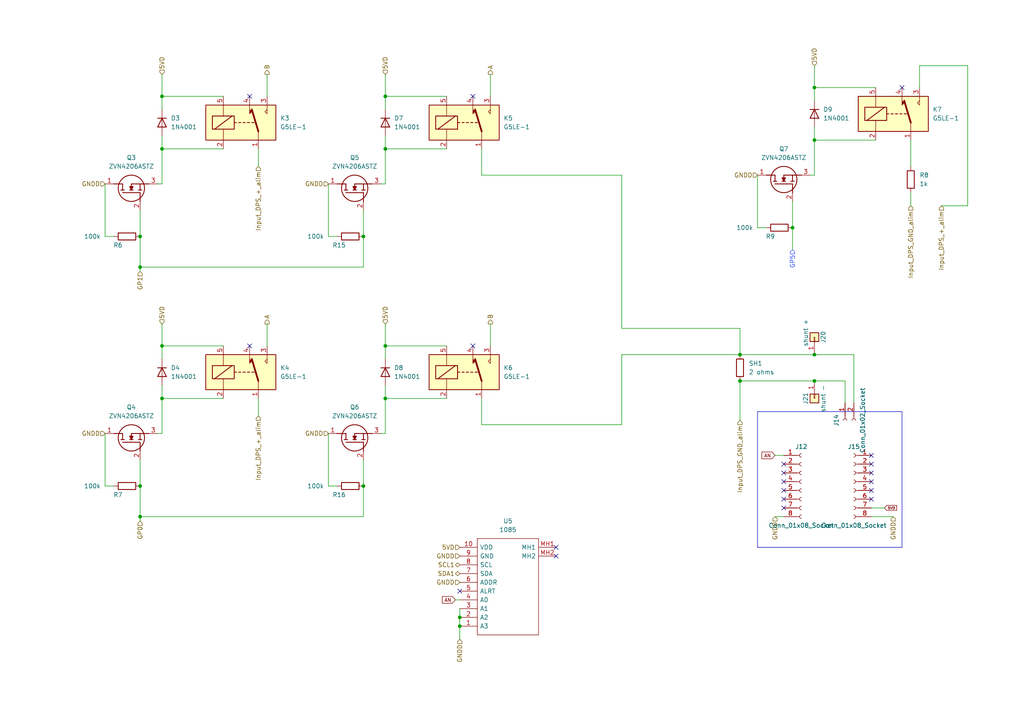
<source format=kicad_sch>
(kicad_sch (version 20230121) (generator eeschema)
  (paper "A4")
  (lib_symbols
    (symbol "1085:1085" (pin_names (offset 0.762))
      (property "Reference" "IC" (at 24.13 7.62 0))
      (property "Value" "1085" (at 24.13 5.08 0))
      (symbol "1085_0_0"
        (pin passive line (at 0 -22.86 0) (length 5.08) (name "A3") (number "1"))
        (pin passive line (at 0 0 0) (length 5.08) (name "VDD") (number "10"))
        (pin passive line (at 0 -20.32 0) (length 5.08) (name "A2") (number "2"))
        (pin passive line (at 0 -17.78 0) (length 5.08) (name "A1") (number "3"))
        (pin passive line (at 0 -15.24 0) (length 5.08) (name "A0") (number "4"))
        (pin passive line (at 0 -12.7 0) (length 5.08) (name "ALRT") (number "5"))
        (pin passive line (at 0 -10.16 0) (length 5.08) (name "ADDR") (number "6"))
        (pin passive line (at 0 -7.62 0) (length 5.08) (name "SDA") (number "7"))
        (pin passive line (at 0 -5.08 0) (length 5.08) (name "SCL") (number "8"))
        (pin passive line (at 0 -2.54 0) (length 5.08) (name "GND") (number "9"))
        (pin passive line (at 27.94 0 180) (length 5.08) (name "MH1") (number "MH1"))
        (pin passive line (at 27.94 -2.54 180) (length 5.08) (name "MH2") (number "MH2"))
      )
      (symbol "1085_0_1"
        (polyline (pts (xy 5.08 2.54) (xy 22.86 2.54) (xy 22.86 -25.4) (xy 5.08 -25.4) (xy 5.08 2.54)) (stroke (width 0.1524)))
      )
    )
    (symbol "Connector:Conn_01x02_Socket" (pin_names (offset 1.016) hide)
      (property "Reference" "J" (at 0 2.54 0))
      (property "Value" "Conn_01x02_Socket" (at 0 -5.08 0))
      (symbol "Conn_01x02_Socket_1_1"
        (arc (start 0 -2.032) (mid -0.5058 -2.54) (end 0 -3.048) (stroke (width 0.1524)))
        (polyline (pts (xy -1.27 -2.54) (xy -0.508 -2.54)) (stroke (width 0.1524)))
        (polyline (pts (xy -1.27 0) (xy -0.508 0)) (stroke (width 0.1524)))
        (arc (start 0 0.508) (mid -0.5058 0) (end 0 -0.508) (stroke (width 0.1524)))
        (pin passive line (at -5.08 0 0) (length 3.81) (name "Pin_1") (number "1"))
        (pin passive line (at -5.08 -2.54 0) (length 3.81) (name "Pin_2") (number "2"))
      )
    )
    (symbol "Connector:Conn_01x08_Socket" (pin_names (offset 1.016) hide)
      (property "Reference" "J" (at 0 10.16 0))
      (property "Value" "Conn_01x08_Socket" (at 0 -12.7 0))
      (symbol "Conn_01x08_Socket_1_1"
        (arc (start 0 -9.652) (mid -0.5058 -10.16) (end 0 -10.668) (stroke (width 0.1524)))
        (arc (start 0 -7.112) (mid -0.5058 -7.62) (end 0 -8.128) (stroke (width 0.1524)))
        (arc (start 0 -4.572) (mid -0.5058 -5.08) (end 0 -5.588) (stroke (width 0.1524)))
        (arc (start 0 -2.032) (mid -0.5058 -2.54) (end 0 -3.048) (stroke (width 0.1524)))
        (polyline (pts (xy -1.27 -10.16) (xy -0.508 -10.16)) (stroke (width 0.1524)))
        (polyline (pts (xy -1.27 -7.62) (xy -0.508 -7.62)) (stroke (width 0.1524)))
        (polyline (pts (xy -1.27 -5.08) (xy -0.508 -5.08)) (stroke (width 0.1524)))
        (polyline (pts (xy -1.27 -2.54) (xy -0.508 -2.54)) (stroke (width 0.1524)))
        (polyline (pts (xy -1.27 0) (xy -0.508 0)) (stroke (width 0.1524)))
        (polyline (pts (xy -1.27 2.54) (xy -0.508 2.54)) (stroke (width 0.1524)))
        (polyline (pts (xy -1.27 5.08) (xy -0.508 5.08)) (stroke (width 0.1524)))
        (polyline (pts (xy -1.27 7.62) (xy -0.508 7.62)) (stroke (width 0.1524)))
        (arc (start 0 0.508) (mid -0.5058 0) (end 0 -0.508) (stroke (width 0.1524)))
        (arc (start 0 3.048) (mid -0.5058 2.54) (end 0 2.032) (stroke (width 0.1524)))
        (arc (start 0 5.588) (mid -0.5058 5.08) (end 0 4.572) (stroke (width 0.1524)))
        (arc (start 0 8.128) (mid -0.5058 7.62) (end 0 7.112) (stroke (width 0.1524)))
        (pin passive line (at -5.08 7.62 0) (length 3.81) (name "Pin_1") (number "1"))
        (pin passive line (at -5.08 5.08 0) (length 3.81) (name "Pin_2") (number "2"))
        (pin passive line (at -5.08 2.54 0) (length 3.81) (name "Pin_3") (number "3"))
        (pin passive line (at -5.08 0 0) (length 3.81) (name "Pin_4") (number "4"))
        (pin passive line (at -5.08 -2.54 0) (length 3.81) (name "Pin_5") (number "5"))
        (pin passive line (at -5.08 -5.08 0) (length 3.81) (name "Pin_6") (number "6"))
        (pin passive line (at -5.08 -7.62 0) (length 3.81) (name "Pin_7") (number "7"))
        (pin passive line (at -5.08 -10.16 0) (length 3.81) (name "Pin_8") (number "8"))
      )
    )
    (symbol "Connector_Generic:Conn_01x01" (pin_names (offset 1.016) hide)
      (property "Reference" "J" (at 0 2.54 0))
      (property "Value" "Conn_01x01" (at 0 -2.54 0))
      (symbol "Conn_01x01_1_1"
        (rectangle (start -1.27 0.127) (end 0 -0.127) (stroke (width 0.1524)))
        (rectangle (start -1.27 1.27) (end 1.27 -1.27) (stroke (width 0.254)) (fill (type background)))
        (pin passive line (at -5.08 0 0) (length 3.81) (name "Pin_1") (number "1"))
      )
    )
    (symbol "Device:R" (pin_numbers hide) (pin_names (offset 0))
      (property "Reference" "R" (at 2.032 0 90))
      (property "Value" "R" (at 0 0 90))
      (symbol "R_0_1"
        (rectangle (start -1.016 -2.54) (end 1.016 2.54) (stroke (width 0.254)))
      )
      (symbol "R_1_1"
        (pin passive line (at 0 3.81 270) (length 1.27) (name "~") (number "1"))
        (pin passive line (at 0 -3.81 90) (length 1.27) (name "~") (number "2"))
      )
    )
    (symbol "Diode:1N4001" (pin_numbers hide) (pin_names hide)
      (property "Reference" "D" (at 0 2.54 0))
      (property "Value" "1N4001" (at 0 -2.54 0))
      (symbol "1N4001_0_1"
        (polyline (pts (xy -1.27 1.27) (xy -1.27 -1.27)) (stroke (width 0.254)))
        (polyline (pts (xy 1.27 0) (xy -1.27 0)))
        (polyline (pts (xy 1.27 1.27) (xy 1.27 -1.27) (xy -1.27 0) (xy 1.27 1.27)) (stroke (width 0.254)))
      )
      (symbol "1N4001_1_1"
        (pin passive line (at -3.81 0 0) (length 2.54) (name "K") (number "1"))
        (pin passive line (at 3.81 0 180) (length 2.54) (name "A") (number "2"))
      )
    )
    (symbol "Relay:G5LE-1"
      (property "Reference" "K" (at 11.43 3.81 0))
      (property "Value" "G5LE-1" (at 11.43 1.27 0))
      (symbol "G5LE-1_0_0"
        (polyline (pts (xy 7.62 5.08) (xy 7.62 2.54) (xy 6.985 3.175) (xy 7.62 3.81)))
      )
      (symbol "G5LE-1_0_1"
        (rectangle (start -10.16 5.08) (end 10.16 -5.08) (stroke (width 0.254)) (fill (type background)))
        (rectangle (start -8.255 1.905) (end -1.905 -1.905) (stroke (width 0.254)))
        (polyline (pts (xy -7.62 -1.905) (xy -2.54 1.905)) (stroke (width 0.254)))
        (polyline (pts (xy -5.08 -5.08) (xy -5.08 -1.905)))
        (polyline (pts (xy -5.08 5.08) (xy -5.08 1.905)))
        (polyline (pts (xy -1.905 0) (xy -1.27 0)) (stroke (width 0.254)))
        (polyline (pts (xy -0.635 0) (xy 0 0)) (stroke (width 0.254)))
        (polyline (pts (xy 0.635 0) (xy 1.27 0)) (stroke (width 0.254)))
        (polyline (pts (xy 1.905 0) (xy 2.54 0)) (stroke (width 0.254)))
        (polyline (pts (xy 3.175 0) (xy 3.81 0)) (stroke (width 0.254)))
        (polyline (pts (xy 5.08 -2.54) (xy 3.175 3.81)) (stroke (width 0.508)))
        (polyline (pts (xy 5.08 -2.54) (xy 5.08 -5.08)))
        (polyline (pts (xy 2.54 5.08) (xy 2.54 2.54) (xy 3.175 3.175) (xy 2.54 3.81)) (fill (type outline)))
      )
      (symbol "G5LE-1_1_1"
        (pin passive line (at 5.08 -7.62 90) (length 2.54) (name "~") (number "1"))
        (pin passive line (at -5.08 -7.62 90) (length 2.54) (name "~") (number "2"))
        (pin passive line (at 7.62 7.62 270) (length 2.54) (name "~") (number "3"))
        (pin passive line (at 2.54 7.62 270) (length 2.54) (name "~") (number "4"))
        (pin passive line (at -5.08 7.62 270) (length 2.54) (name "~") (number "5"))
      )
    )
    (symbol "ZVN4206ASTZ:ZVN4206ASTZ" (pin_names hide)
      (property "Reference" "Q" (at 11.43 3.81 0))
      (property "Value" "ZVN4206ASTZ" (at 11.43 1.27 0))
      (symbol "ZVN4206ASTZ_1_1"
        (polyline (pts (xy 2.54 0) (xy 5.08 0)) (stroke (width 0.254)))
        (polyline (pts (xy 5.08 5.08) (xy 5.08 0)) (stroke (width 0.254)))
        (polyline (pts (xy 5.842 -0.508) (xy 5.842 0.508)) (stroke (width 0.254)))
        (polyline (pts (xy 5.842 0) (xy 7.62 0)) (stroke (width 0.254)))
        (polyline (pts (xy 5.842 2.032) (xy 5.842 3.048)) (stroke (width 0.254)))
        (polyline (pts (xy 5.842 5.588) (xy 5.842 4.572)) (stroke (width 0.254)))
        (polyline (pts (xy 7.62 2.54) (xy 5.842 2.54)) (stroke (width 0.254)))
        (polyline (pts (xy 7.62 2.54) (xy 7.62 -2.54)) (stroke (width 0.254)))
        (polyline (pts (xy 7.62 5.08) (xy 5.842 5.08)) (stroke (width 0.254)))
        (polyline (pts (xy 7.62 5.08) (xy 7.62 7.62)) (stroke (width 0.254)))
        (polyline (pts (xy 5.842 2.54) (xy 6.858 3.048) (xy 6.858 2.032) (xy 5.842 2.54)) (stroke (width 0.254)) (fill (type outline)))
        (circle (center 6.35 2.54) (radius 3.81) (stroke (width 0.254)))
        (pin passive line (at 7.62 10.16 270) (length 2.54) (name "D") (number "1"))
        (pin passive line (at 0 0 0) (length 2.54) (name "G") (number "2"))
        (pin passive line (at 7.62 -5.08 90) (length 2.54) (name "S") (number "3"))
      )
    )
  )
  (junction (at 111.76 27.94))
  (junction (at 133.35 179.07))
  (junction (at 46.99 27.94))
  (junction (at 40.64 149.86))
  (junction (at 40.64 68.58))
  (junction (at 111.76 100.33))
  (junction (at 105.41 140.97))
  (junction (at 236.22 40.64))
  (junction (at 214.63 110.49))
  (junction (at 40.64 77.47))
  (junction (at 46.99 115.57))
  (junction (at 133.35 181.61))
  (junction (at 236.22 25.4))
  (junction (at 40.64 140.97))
  (junction (at 105.41 68.58))
  (junction (at 46.99 100.33))
  (junction (at 229.87 66.04))
  (junction (at 214.63 102.87))
  (junction (at 236.22 102.87))
  (junction (at 46.99 43.18))
  (junction (at 111.76 115.57))
  (junction (at 111.76 43.18))
  (junction (at 236.22 110.49))
  (no_connect (at 133.35 171.45))
  (no_connect (at 261.62 25.4))
  (no_connect (at 161.29 161.29))
  (no_connect (at 252.73 132.08))
  (no_connect (at 227.33 134.62))
  (no_connect (at 161.29 158.75))
  (no_connect (at 72.39 27.94))
  (no_connect (at 252.73 134.62))
  (no_connect (at 227.33 144.78))
  (no_connect (at 227.33 147.32))
  (no_connect (at 72.39 100.33))
  (no_connect (at 252.73 144.78))
  (no_connect (at 252.73 142.24))
  (no_connect (at 252.73 137.16))
  (no_connect (at 227.33 139.7))
  (no_connect (at 137.16 27.94))
  (no_connect (at 252.73 139.7))
  (no_connect (at 227.33 142.24))
  (no_connect (at 137.16 100.33))
  (no_connect (at 227.33 137.16))
  (wire (pts (xy 40.64 68.58) (xy 40.64 60.96)))
  (wire (pts (xy 214.63 110.49) (xy 214.63 121.92)))
  (wire (pts (xy 46.99 115.57) (xy 46.99 125.73)))
  (wire (pts (xy 236.22 102.87) (xy 214.63 102.87)))
  (wire (pts (xy 132.08 173.99) (xy 133.35 173.99)))
  (polyline (pts (xy 261.62 158.75) (xy 219.71 158.75)))
  (wire (pts (xy 46.99 43.18) (xy 64.77 43.18)))
  (wire (pts (xy 46.99 39.37) (xy 46.99 43.18)))
  (wire (pts (xy 111.76 43.18) (xy 129.54 43.18)))
  (wire (pts (xy 105.41 140.97) (xy 105.41 149.86)))
  (wire (pts (xy 247.65 116.84) (xy 247.65 102.87)))
  (wire (pts (xy 252.73 149.86) (xy 259.08 149.86)))
  (wire (pts (xy 40.64 77.47) (xy 40.64 78.74)))
  (wire (pts (xy 111.76 93.98) (xy 111.76 100.33)))
  (wire (pts (xy 111.76 100.33) (xy 111.76 104.14)))
  (wire (pts (xy 111.76 39.37) (xy 111.76 43.18)))
  (wire (pts (xy 77.47 21.59) (xy 77.47 27.94)))
  (wire (pts (xy 133.35 181.61) (xy 133.35 185.42)))
  (polyline (pts (xy 219.71 119.38) (xy 219.71 158.75)))
  (wire (pts (xy 280.67 19.05) (xy 266.7 19.05)))
  (wire (pts (xy 40.64 68.58) (xy 40.64 77.47)))
  (wire (pts (xy 180.34 102.87) (xy 180.34 123.19)))
  (wire (pts (xy 111.76 27.94) (xy 111.76 31.75)))
  (wire (pts (xy 111.76 115.57) (xy 129.54 115.57)))
  (wire (pts (xy 224.79 132.08) (xy 227.33 132.08)))
  (wire (pts (xy 30.48 140.97) (xy 30.48 125.73)))
  (wire (pts (xy 105.41 68.58) (xy 105.41 77.47)))
  (wire (pts (xy 40.64 140.97) (xy 40.64 149.86)))
  (wire (pts (xy 229.87 66.04) (xy 229.87 58.42)))
  (wire (pts (xy 46.99 21.59) (xy 46.99 27.94)))
  (wire (pts (xy 40.64 140.97) (xy 40.64 133.35)))
  (wire (pts (xy 64.77 100.33) (xy 46.99 100.33)))
  (wire (pts (xy 264.16 40.64) (xy 264.16 48.26)))
  (wire (pts (xy 46.99 115.57) (xy 64.77 115.57)))
  (wire (pts (xy 236.22 40.64) (xy 254 40.64)))
  (wire (pts (xy 229.87 66.04) (xy 229.87 72.39)))
  (wire (pts (xy 273.05 59.69) (xy 280.67 59.69)))
  (wire (pts (xy 214.63 95.25) (xy 214.63 102.87)))
  (wire (pts (xy 95.25 68.58) (xy 95.25 53.34)))
  (wire (pts (xy 30.48 68.58) (xy 30.48 53.34)))
  (wire (pts (xy 46.99 53.34) (xy 45.72 53.34)))
  (wire (pts (xy 111.76 111.76) (xy 111.76 115.57)))
  (wire (pts (xy 74.93 43.18) (xy 74.93 48.26)))
  (wire (pts (xy 77.47 93.98) (xy 77.47 100.33)))
  (wire (pts (xy 214.63 102.87) (xy 180.34 102.87)))
  (wire (pts (xy 236.22 25.4) (xy 236.22 29.21)))
  (wire (pts (xy 97.79 140.97) (xy 95.25 140.97)))
  (polyline (pts (xy 219.71 119.38) (xy 261.62 119.38)))
  (wire (pts (xy 254 25.4) (xy 236.22 25.4)))
  (wire (pts (xy 33.02 68.58) (xy 30.48 68.58)))
  (wire (pts (xy 40.64 149.86) (xy 105.41 149.86)))
  (wire (pts (xy 46.99 43.18) (xy 46.99 53.34)))
  (wire (pts (xy 111.76 43.18) (xy 111.76 53.34)))
  (wire (pts (xy 214.63 110.49) (xy 236.22 110.49)))
  (wire (pts (xy 236.22 40.64) (xy 236.22 50.8)))
  (wire (pts (xy 33.02 140.97) (xy 30.48 140.97)))
  (wire (pts (xy 139.7 115.57) (xy 139.7 123.19)))
  (wire (pts (xy 180.34 123.19) (xy 139.7 123.19)))
  (wire (pts (xy 180.34 50.8) (xy 180.34 95.25)))
  (wire (pts (xy 224.79 149.86) (xy 227.33 149.86)))
  (wire (pts (xy 64.77 27.94) (xy 46.99 27.94)))
  (wire (pts (xy 46.99 93.98) (xy 46.99 100.33)))
  (wire (pts (xy 111.76 125.73) (xy 110.49 125.73)))
  (wire (pts (xy 46.99 27.94) (xy 46.99 31.75)))
  (wire (pts (xy 133.35 179.07) (xy 133.35 181.61)))
  (wire (pts (xy 219.71 66.04) (xy 219.71 50.8)))
  (wire (pts (xy 139.7 50.8) (xy 180.34 50.8)))
  (wire (pts (xy 133.35 176.53) (xy 133.35 179.07)))
  (wire (pts (xy 245.11 110.49) (xy 245.11 116.84)))
  (wire (pts (xy 40.64 149.86) (xy 40.64 151.13)))
  (wire (pts (xy 266.7 19.05) (xy 266.7 25.4)))
  (wire (pts (xy 129.54 100.33) (xy 111.76 100.33)))
  (wire (pts (xy 46.99 111.76) (xy 46.99 115.57)))
  (wire (pts (xy 111.76 115.57) (xy 111.76 125.73)))
  (wire (pts (xy 280.67 59.69) (xy 280.67 19.05)))
  (wire (pts (xy 97.79 68.58) (xy 95.25 68.58)))
  (wire (pts (xy 105.41 140.97) (xy 105.41 133.35)))
  (wire (pts (xy 95.25 140.97) (xy 95.25 125.73)))
  (polyline (pts (xy 261.62 119.38) (xy 261.62 158.75)))
  (wire (pts (xy 111.76 53.34) (xy 110.49 53.34)))
  (wire (pts (xy 236.22 50.8) (xy 234.95 50.8)))
  (wire (pts (xy 222.25 66.04) (xy 219.71 66.04)))
  (wire (pts (xy 142.24 21.59) (xy 142.24 27.94)))
  (wire (pts (xy 180.34 95.25) (xy 214.63 95.25)))
  (wire (pts (xy 236.22 110.49) (xy 245.11 110.49)))
  (wire (pts (xy 40.64 77.47) (xy 105.41 77.47)))
  (wire (pts (xy 46.99 100.33) (xy 46.99 104.14)))
  (wire (pts (xy 236.22 36.83) (xy 236.22 40.64)))
  (wire (pts (xy 142.24 93.98) (xy 142.24 100.33)))
  (wire (pts (xy 247.65 102.87) (xy 236.22 102.87)))
  (wire (pts (xy 236.22 19.05) (xy 236.22 25.4)))
  (wire (pts (xy 129.54 27.94) (xy 111.76 27.94)))
  (wire (pts (xy 264.16 55.88) (xy 264.16 59.69)))
  (wire (pts (xy 74.93 115.57) (xy 74.93 120.65)))
  (wire (pts (xy 46.99 125.73) (xy 45.72 125.73)))
  (wire (pts (xy 105.41 68.58) (xy 105.41 60.96)))
  (wire (pts (xy 139.7 43.18) (xy 139.7 50.8)))
  (wire (pts (xy 252.73 147.32) (xy 256.54 147.32)))
  (wire (pts (xy 111.76 21.59) (xy 111.76 27.94)))
  (global_label "5VD" (shape input) (at 256.54 147.32 0) (effects (font (size 0.75 0.75))) (property "Intersheetrefs" "${INTERSHEET_REFS}" (effects hide)))
  (global_label "AN" (shape input) (at 132.08 173.99 180) (effects (font (size 1 1))) (property "Intersheetrefs" "${INTERSHEET_REFS}" (effects hide)))
  (global_label "AN" (shape input) (at 224.79 132.08 180) (effects (font (size 1 1))) (property "Intersheetrefs" "${INTERSHEET_REFS}" (effects hide)))
  (hierarchical_label "5VD" (shape input) (at 236.22 19.05 90))
  (hierarchical_label "GNDD" (shape input) (at 259.08 149.86 270))
  (hierarchical_label "GNDD" (shape input) (at 95.25 53.34 180))
  (hierarchical_label "5VD" (shape input) (at 46.99 93.98 90))
  (hierarchical_label "GNDD" (shape input) (at 133.35 161.29 180))
  (hierarchical_label "GNDD" (shape input) (at 224.79 149.86 270))
  (hierarchical_label "GP0" (shape input) (at 40.64 151.13 270))
  (hierarchical_label "5VD" (shape input) (at 111.76 93.98 90))
  (hierarchical_label "GNDD" (shape input) (at 95.25 125.73 180))
  (hierarchical_label "GNDD" (shape input) (at 133.35 185.42 270))
  (hierarchical_label "GP1" (shape input) (at 40.64 78.74 270))
  (hierarchical_label "GNDD" (shape input) (at 133.35 168.91 180))
  (hierarchical_label "A" (shape output) (at 77.47 93.98 90))
  (hierarchical_label "Input_DPS_+_alim" (shape input) (at 74.93 48.26 270))
  (hierarchical_label "GP5" (shape input) (at 229.87 72.39 270))
  (hierarchical_label "5VD" (shape input) (at 46.99 21.59 90))
  (hierarchical_label "Input_DPS_+_alim" (shape input) (at 273.05 59.69 270))
  (hierarchical_label "Input_DPS_GND_alim" (shape input) (at 214.63 121.92 270))
  (hierarchical_label "5VD" (shape input) (at 133.35 158.75 180))
  (hierarchical_label "B" (shape output) (at 142.24 93.98 90))
  (hierarchical_label "Input_DPS_+_alim" (shape input) (at 74.93 120.65 270))
  (hierarchical_label "SDA1" (shape bidirectional) (at 133.35 166.37 180))
  (hierarchical_label "SCL1" (shape bidirectional) (at 133.35 163.83 180))
  (hierarchical_label "A" (shape output) (at 142.24 21.59 90))
  (hierarchical_label "GNDD" (shape input) (at 30.48 53.34 180))
  (hierarchical_label "Input_DPS_GND_alim" (shape input) (at 264.16 59.69 270))
  (hierarchical_label "GNDD" (shape input) (at 219.71 50.8 180))
  (hierarchical_label "B" (shape output) (at 77.47 21.59 90))
  (hierarchical_label "GNDD" (shape input) (at 30.48 125.73 180))
  (hierarchical_label "5VD" (shape input) (at 111.76 21.59 90))
  (symbol (lib_id "Relay:G5LE-1") (at 134.62 107.95 0) (unit 1)
    (property "Reference" "K6" (at 146.05 106.6799 0) (effects (justify left)))
    (property "Value" "G5LE-1" (at 146.05 109.2199 0) (effects (justify left)))
    (property "Footprint" "Relay_THT:Relay_SPDT_Omron-G5LE-1" (effects hide))
    (property "Datasheet" "http://www.omron.com/ecb/products/pdf/en-g5le.pdf" (effects hide))
    (property "Description" "Relay analog 5V power (G5LE-1)" (effects hide))
  )
  (symbol (lib_id "Diode:1N4001") (at 46.99 35.56 270) (unit 1)
    (property "Reference" "D3" (at 49.53 34.29 90) (effects (justify left)))
    (property "Value" "1N4001" (at 49.53 36.83 90) (effects (justify left)))
    (property "Footprint" "Diode_THT:D_DO-41_SOD81_P10.16mm_Horizontal" (effects hide))
    (property "Datasheet" "http://www.vishay.com/docs/88503/1n4001.pdf" (effects hide))
    (property "Description" "Diode DO41" (effects hide))
    (property "Sim.Device" "D" (effects hide))
    (property "Sim.Pins" "1=K 2=A" (effects hide))
  )
  (symbol (lib_id "Relay:G5LE-1") (at 134.62 35.56 0) (unit 1)
    (property "Reference" "K5" (at 146.05 34.2899 0) (effects (justify left)))
    (property "Value" "G5LE-1" (at 146.05 36.8299 0) (effects (justify left)))
    (property "Footprint" "Relay_THT:Relay_SPDT_Omron-G5LE-1" (effects hide))
    (property "Datasheet" "http://www.omron.com/ecb/products/pdf/en-g5le.pdf" (effects hide))
    (property "Description" "Relay analog 5V power (G5LE-1)" (effects hide))
  )
  (symbol (lib_id "Relay:G5LE-1") (at 259.08 33.02 0) (unit 1)
    (property "Reference" "K7" (at 270.51 31.7499 0) (effects (justify left)))
    (property "Value" "G5LE-1" (at 270.51 34.2899 0) (effects (justify left)))
    (property "Footprint" "Relay_THT:Relay_SPDT_Omron-G5LE-1" (effects hide))
    (property "Datasheet" "http://www.omron.com/ecb/products/pdf/en-g5le.pdf" (effects hide))
    (property "Description" "Relay analog 5V power (G5LE-1)" (effects hide))
  )
  (symbol (lib_id "ZVN4206ASTZ:ZVN4206ASTZ") (at 40.64 133.35 90) (unit 1)
    (property "Reference" "Q4" (at 38.1 118.11 90))
    (property "Value" "ZVN4206ASTZ" (at 38.1 120.65 90))
    (property "Footprint" "Package_TO_SOT_THT:TO-92L_Wide" (effects hide))
    (property "Datasheet" "https://www.diodes.com/assets/Datasheets/ZVN4206A.pdf" (effects hide))
    (property "Description" "Transistor JFET - TO shape - relay activation" (effects hide))
    (property "Height" "4.01" (effects hide))
    (property "Manufacturer_Name" "Diodes Incorporated" (effects hide))
    (property "Manufacturer_Part_Number" "ZVN4206ASTZ" (effects hide))
    (property "Mouser Part Number" "522-ZVN4206ASTZ" (effects hide))
    (property "Mouser Price/Stock" "https://www.mouser.co.uk/ProductDetail/Diodes-Incorporated/ZVN4206ASTZ?qs=OlC7AqGiEDlGIiNe7stL%252BQ%3D%3D" (effects hide))
    (property "Arrow Part Number" "ZVN4206ASTZ" (effects hide))
    (property "Arrow Price/Stock" "https://www.arrow.com/en/products/zvn4206astz/diodes-incorporated?region=nac" (effects hide))
  )
  (symbol (lib_id "Device:R") (at 101.6 68.58 90) (unit 1)
    (property "Reference" "R15" (at 100.33 71.12 90) (effects (justify left)))
    (property "Value" "100k" (at 93.98 68.58 90) (effects (justify left)))
    (property "Footprint" "Resistor_THT:R_Axial_DIN0207_L6.3mm_D2.5mm_P7.62mm_Horizontal" (effects hide))
    (property "Description" "100 kohms resistor" (effects hide))
  )
  (symbol (lib_id "Device:R") (at 36.83 68.58 90) (unit 1)
    (property "Reference" "R6" (at 35.56 71.12 90) (effects (justify left)))
    (property "Value" "100k" (at 29.21 68.58 90) (effects (justify left)))
    (property "Footprint" "Resistor_THT:R_Axial_DIN0207_L6.3mm_D2.5mm_P7.62mm_Horizontal" (effects hide))
    (property "Description" "100 kohms resistor" (effects hide))
  )
  (symbol (lib_id "Device:R") (at 101.6 140.97 90) (unit 1)
    (property "Reference" "R16" (at 100.33 143.51 90) (effects (justify left)))
    (property "Value" "100k" (at 93.98 140.97 90) (effects (justify left)))
    (property "Footprint" "Resistor_THT:R_Axial_DIN0207_L6.3mm_D2.5mm_P7.62mm_Horizontal" (effects hide))
    (property "Description" "100 kohms resistor" (effects hide))
  )
  (symbol (lib_id "ZVN4206ASTZ:ZVN4206ASTZ") (at 105.41 133.35 90) (unit 1)
    (property "Reference" "Q6" (at 102.87 118.11 90))
    (property "Value" "ZVN4206ASTZ" (at 102.87 120.65 90))
    (property "Footprint" "Package_TO_SOT_THT:TO-92L_Wide" (effects hide))
    (property "Datasheet" "https://www.diodes.com/assets/Datasheets/ZVN4206A.pdf" (effects hide))
    (property "Description" "Transistor JFET - TO shape - relay activation" (effects hide))
    (property "Height" "4.01" (effects hide))
    (property "Manufacturer_Name" "Diodes Incorporated" (effects hide))
    (property "Manufacturer_Part_Number" "ZVN4206ASTZ" (effects hide))
    (property "Mouser Part Number" "522-ZVN4206ASTZ" (effects hide))
    (property "Mouser Price/Stock" "https://www.mouser.co.uk/ProductDetail/Diodes-Incorporated/ZVN4206ASTZ?qs=OlC7AqGiEDlGIiNe7stL%252BQ%3D%3D" (effects hide))
    (property "Arrow Part Number" "ZVN4206ASTZ" (effects hide))
    (property "Arrow Price/Stock" "https://www.arrow.com/en/products/zvn4206astz/diodes-incorporated?region=nac" (effects hide))
  )
  (symbol (lib_id "ZVN4206ASTZ:ZVN4206ASTZ") (at 40.64 60.96 90) (unit 1)
    (property "Reference" "Q3" (at 38.1 45.72 90))
    (property "Value" "ZVN4206ASTZ" (at 38.1 48.26 90))
    (property "Footprint" "Package_TO_SOT_THT:TO-92L_Wide" (effects hide))
    (property "Datasheet" "https://www.diodes.com/assets/Datasheets/ZVN4206A.pdf" (effects hide))
    (property "Description" "Transistor JFET - TO shape - relay activation" (effects hide))
    (property "Height" "4.01" (effects hide))
    (property "Manufacturer_Name" "Diodes Incorporated" (effects hide))
    (property "Manufacturer_Part_Number" "ZVN4206ASTZ" (effects hide))
    (property "Mouser Part Number" "522-ZVN4206ASTZ" (effects hide))
    (property "Mouser Price/Stock" "https://www.mouser.co.uk/ProductDetail/Diodes-Incorporated/ZVN4206ASTZ?qs=OlC7AqGiEDlGIiNe7stL%252BQ%3D%3D" (effects hide))
    (property "Arrow Part Number" "ZVN4206ASTZ" (effects hide))
    (property "Arrow Price/Stock" "https://www.arrow.com/en/products/zvn4206astz/diodes-incorporated?region=nac" (effects hide))
  )
  (symbol (lib_id "Connector_Generic:Conn_01x01") (at 236.22 97.79 90) (unit 1)
    (property "Reference" "J20" (at 238.76 97.79 0))
    (property "Value" "shunt +" (at 233.68 96.52 0))
    (property "Footprint" "Connector_PinHeader_2.54mm:PinHeader_1x01_P2.54mm_Vertical" (effects hide))
    (property "Description" "Contact check" (effects hide))
  )
  (symbol (lib_id "Connector:Conn_01x02_Socket") (at 245.11 121.92 90) (mirror x) (unit 1)
    (property "Reference" "J14" (at 242.57 121.92 0))
    (property "Value" "Conn_01x02_Socket" (at 250.19 121.92 0))
    (property "Footprint" "Connector_PinHeader_2.54mm:PinHeader_1x02_P2.54mm_Vertical" (effects hide))
    (property "Description" "Current 7 click (left)" (effects hide))
  )
  (symbol (lib_id "Diode:1N4001") (at 111.76 107.95 270) (unit 1)
    (property "Reference" "D8" (at 114.3 106.68 90) (effects (justify left)))
    (property "Value" "1N4001" (at 114.3 109.22 90) (effects (justify left)))
    (property "Footprint" "Diode_THT:D_DO-41_SOD81_P10.16mm_Horizontal" (effects hide))
    (property "Datasheet" "http://www.vishay.com/docs/88503/1n4001.pdf" (effects hide))
    (property "Description" "Diode DO41" (effects hide))
    (property "Sim.Device" "D" (effects hide))
    (property "Sim.Pins" "1=K 2=A" (effects hide))
  )
  (symbol (lib_id "Connector_Generic:Conn_01x01") (at 236.22 115.57 270) (unit 1)
    (property "Reference" "J21" (at 233.68 115.57 0))
    (property "Value" "shunt -" (at 238.76 115.57 0))
    (property "Footprint" "Connector_PinHeader_2.54mm:PinHeader_1x01_P2.54mm_Vertical" (effects hide))
    (property "Description" "Contact check" (effects hide))
  )
  (symbol (lib_id "Connector:Conn_01x08_Socket") (at 247.65 139.7 0) (mirror y) (unit 1)
    (property "Reference" "J15" (at 247.65 129.54 0))
    (property "Value" "Conn_01x08_Socket" (at 247.65 152.4 0))
    (property "Footprint" "Connector_PinHeader_2.54mm:PinHeader_1x08_P2.54mm_Vertical" (effects hide))
    (property "Description" "Current 7 click (top)" (effects hide))
  )
  (symbol (lib_id "ZVN4206ASTZ:ZVN4206ASTZ") (at 229.87 58.42 90) (unit 1)
    (property "Reference" "Q7" (at 227.33 43.18 90))
    (property "Value" "ZVN4206ASTZ" (at 227.33 45.72 90))
    (property "Footprint" "Package_TO_SOT_THT:TO-92L_Wide" (effects hide))
    (property "Datasheet" "https://www.diodes.com/assets/Datasheets/ZVN4206A.pdf" (effects hide))
    (property "Description" "Transistor JFET - TO shape - relay activation" (effects hide))
    (property "Height" "4.01" (effects hide))
    (property "Manufacturer_Name" "Diodes Incorporated" (effects hide))
    (property "Manufacturer_Part_Number" "ZVN4206ASTZ" (effects hide))
    (property "Mouser Part Number" "522-ZVN4206ASTZ" (effects hide))
    (property "Mouser Price/Stock" "https://www.mouser.co.uk/ProductDetail/Diodes-Incorporated/ZVN4206ASTZ?qs=OlC7AqGiEDlGIiNe7stL%252BQ%3D%3D" (effects hide))
    (property "Arrow Part Number" "ZVN4206ASTZ" (effects hide))
    (property "Arrow Price/Stock" "https://www.arrow.com/en/products/zvn4206astz/diodes-incorporated?region=nac" (effects hide))
  )
  (symbol (lib_id "Diode:1N4001") (at 236.22 33.02 270) (unit 1)
    (property "Reference" "D9" (at 238.76 31.75 90) (effects (justify left)))
    (property "Value" "1N4001" (at 238.76 34.29 90) (effects (justify left)))
    (property "Footprint" "Diode_THT:D_DO-41_SOD81_P10.16mm_Horizontal" (effects hide))
    (property "Datasheet" "http://www.vishay.com/docs/88503/1n4001.pdf" (effects hide))
    (property "Description" "Diode DO41" (effects hide))
    (property "Sim.Device" "D" (effects hide))
    (property "Sim.Pins" "1=K 2=A" (effects hide))
  )
  (symbol (lib_id "Device:R") (at 36.83 140.97 90) (unit 1)
    (property "Reference" "R7" (at 35.56 143.51 90) (effects (justify left)))
    (property "Value" "100k" (at 29.21 140.97 90) (effects (justify left)))
    (property "Footprint" "Resistor_THT:R_Axial_DIN0207_L6.3mm_D2.5mm_P7.62mm_Horizontal" (effects hide))
    (property "Description" "100 kohms resistor" (effects hide))
  )
  (symbol (lib_id "Device:R") (at 226.06 66.04 90) (unit 1)
    (property "Reference" "R9" (at 224.79 68.58 90) (effects (justify left)))
    (property "Value" "100k" (at 218.44 66.04 90) (effects (justify left)))
    (property "Footprint" "Resistor_THT:R_Axial_DIN0207_L6.3mm_D2.5mm_P7.62mm_Horizontal" (effects hide))
    (property "Description" "100 kohms resistor" (effects hide))
  )
  (symbol (lib_id "Diode:1N4001") (at 46.99 107.95 270) (unit 1)
    (property "Reference" "D4" (at 49.53 106.68 90) (effects (justify left)))
    (property "Value" "1N4001" (at 49.53 109.22 90) (effects (justify left)))
    (property "Footprint" "Diode_THT:D_DO-41_SOD81_P10.16mm_Horizontal" (effects hide))
    (property "Datasheet" "http://www.vishay.com/docs/88503/1n4001.pdf" (effects hide))
    (property "Description" "Diode DO41" (effects hide))
    (property "Sim.Device" "D" (effects hide))
    (property "Sim.Pins" "1=K 2=A" (effects hide))
  )
  (symbol (lib_id "Relay:G5LE-1") (at 69.85 35.56 0) (unit 1)
    (property "Reference" "K3" (at 81.28 34.2899 0) (effects (justify left)))
    (property "Value" "G5LE-1" (at 81.28 36.8299 0) (effects (justify left)))
    (property "Footprint" "Relay_THT:Relay_SPDT_Omron-G5LE-1" (effects hide))
    (property "Datasheet" "http://www.omron.com/ecb/products/pdf/en-g5le.pdf" (effects hide))
    (property "Description" "Relay analog 5V power (G5LE-1)" (effects hide))
  )
  (symbol (lib_id "1085:1085") (at 133.35 158.75 0) (unit 1)
    (property "Reference" "U5" (at 147.32 151.13 0))
    (property "Value" "1085" (at 147.32 153.67 0))
    (property "Footprint" "1085" (effects hide))
    (property "Datasheet" "https://cdn-shop.adafruit.com/datasheets/ads1115.pdf" (effects hide))
    (property "Description" "Data Conversion IC Development Tools ADS1115 16-Bit ADC - 4 Channel with Programmable Gain Amplifier" (effects hide))
    (property "Height" "5" (effects hide))
    (property "Manufacturer_Name" "Adafruit" (effects hide))
    (property "Manufacturer_Part_Number" "1085" (effects hide))
    (property "Mouser Part Number" "485-1085" (effects hide))
    (property "Mouser Price/Stock" "https://www.mouser.co.uk/ProductDetail/Adafruit/1085?qs=GURawfaeGuCW8oufi8WauA%3D%3D" (effects hide))
    (property "Arrow Part Number" "1085" (effects hide))
    (property "Arrow Price/Stock" "https://www.arrow.com/en/products/1085/adafruit-industries?region=nac" (effects hide))
  )
  (symbol (lib_id "Connector:Conn_01x08_Socket") (at 232.41 139.7 0) (unit 1)
    (property "Reference" "J12" (at 232.41 129.54 0))
    (property "Value" "Conn_01x08_Socket" (at 232.41 152.4 0))
    (property "Footprint" "Connector_PinHeader_2.54mm:PinHeader_1x08_P2.54mm_Vertical" (effects hide))
    (property "Description" "Current 7 click (bot)" (effects hide))
  )
  (symbol (lib_id "Device:R") (at 264.16 52.07 0) (unit 1)
    (property "Reference" "R8" (at 266.7 50.8 0) (effects (justify left)))
    (property "Value" "1k" (at 266.7 53.34 0) (effects (justify left)))
    (property "Footprint" "Resistor_THT:R_Axial_DIN0207_L6.3mm_D2.5mm_P7.62mm_Horizontal" (effects hide))
  )
  (symbol (lib_id "Diode:1N4001") (at 111.76 35.56 270) (unit 1)
    (property "Reference" "D7" (at 114.3 34.29 90) (effects (justify left)))
    (property "Value" "1N4001" (at 114.3 36.83 90) (effects (justify left)))
    (property "Footprint" "Diode_THT:D_DO-41_SOD81_P10.16mm_Horizontal" (effects hide))
    (property "Datasheet" "http://www.vishay.com/docs/88503/1n4001.pdf" (effects hide))
    (property "Description" "Diode DO41" (effects hide))
    (property "Sim.Device" "D" (effects hide))
    (property "Sim.Pins" "1=K 2=A" (effects hide))
  )
  (symbol (lib_id "Relay:G5LE-1") (at 69.85 107.95 0) (unit 1)
    (property "Reference" "K4" (at 81.28 106.6799 0) (effects (justify left)))
    (property "Value" "G5LE-1" (at 81.28 109.2199 0) (effects (justify left)))
    (property "Footprint" "Relay_THT:Relay_SPDT_Omron-G5LE-1" (effects hide))
    (property "Datasheet" "http://www.omron.com/ecb/products/pdf/en-g5le.pdf" (effects hide))
    (property "Description" "Relay analog 5V power (G5LE-1)" (effects hide))
  )
  (symbol (lib_id "Device:R") (at 214.63 106.68 0) (unit 1)
    (property "Reference" "SH1" (at 217.17 105.4099 0) (effects (justify left)))
    (property "Value" "2 ohms" (at 217.17 107.9499 0) (effects (justify left)))
    (property "Footprint" "Resistor_THT:R_Axial_DIN0414_L11.9mm_D4.5mm_P20.32mm_Horizontal" (effects hide))
    (property "Description" "2 ohms resistor" (effects hide))
  )
  (symbol (lib_id "ZVN4206ASTZ:ZVN4206ASTZ") (at 105.41 60.96 90) (unit 1)
    (property "Reference" "Q5" (at 102.87 45.72 90))
    (property "Value" "ZVN4206ASTZ" (at 102.87 48.26 90))
    (property "Footprint" "Package_TO_SOT_THT:TO-92L_Wide" (effects hide))
    (property "Datasheet" "https://www.diodes.com/assets/Datasheets/ZVN4206A.pdf" (effects hide))
    (property "Description" "Transistor JFET - TO shape - relay activation" (effects hide))
    (property "Height" "4.01" (effects hide))
    (property "Manufacturer_Name" "Diodes Incorporated" (effects hide))
    (property "Manufacturer_Part_Number" "ZVN4206ASTZ" (effects hide))
    (property "Mouser Part Number" "522-ZVN4206ASTZ" (effects hide))
    (property "Mouser Price/Stock" "https://www.mouser.co.uk/ProductDetail/Diodes-Incorporated/ZVN4206ASTZ?qs=OlC7AqGiEDlGIiNe7stL%252BQ%3D%3D" (effects hide))
    (property "Arrow Part Number" "ZVN4206ASTZ" (effects hide))
    (property "Arrow Price/Stock" "https://www.arrow.com/en/products/zvn4206astz/diodes-incorporated?region=nac" (effects hide))
  )
)
</source>
